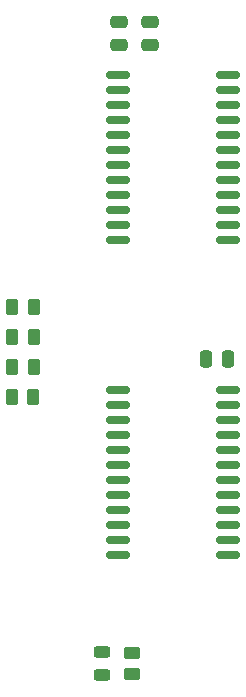
<source format=gtp>
G04 #@! TF.GenerationSoftware,KiCad,Pcbnew,6.0.2-1.fc35*
G04 #@! TF.CreationDate,2022-04-04T15:34:30-04:00*
G04 #@! TF.ProjectId,switch_mux_breakout_i2c,73776974-6368-45f6-9d75-785f62726561,0*
G04 #@! TF.SameCoordinates,Original*
G04 #@! TF.FileFunction,Paste,Top*
G04 #@! TF.FilePolarity,Positive*
%FSLAX46Y46*%
G04 Gerber Fmt 4.6, Leading zero omitted, Abs format (unit mm)*
G04 Created by KiCad (PCBNEW 6.0.2-1.fc35) date 2022-04-04 15:34:30*
%MOMM*%
%LPD*%
G01*
G04 APERTURE LIST*
G04 Aperture macros list*
%AMRoundRect*
0 Rectangle with rounded corners*
0 $1 Rounding radius*
0 $2 $3 $4 $5 $6 $7 $8 $9 X,Y pos of 4 corners*
0 Add a 4 corners polygon primitive as box body*
4,1,4,$2,$3,$4,$5,$6,$7,$8,$9,$2,$3,0*
0 Add four circle primitives for the rounded corners*
1,1,$1+$1,$2,$3*
1,1,$1+$1,$4,$5*
1,1,$1+$1,$6,$7*
1,1,$1+$1,$8,$9*
0 Add four rect primitives between the rounded corners*
20,1,$1+$1,$2,$3,$4,$5,0*
20,1,$1+$1,$4,$5,$6,$7,0*
20,1,$1+$1,$6,$7,$8,$9,0*
20,1,$1+$1,$8,$9,$2,$3,0*%
G04 Aperture macros list end*
%ADD10RoundRect,0.250000X0.475000X-0.250000X0.475000X0.250000X-0.475000X0.250000X-0.475000X-0.250000X0*%
%ADD11RoundRect,0.243750X0.456250X-0.243750X0.456250X0.243750X-0.456250X0.243750X-0.456250X-0.243750X0*%
%ADD12RoundRect,0.250000X0.262500X0.450000X-0.262500X0.450000X-0.262500X-0.450000X0.262500X-0.450000X0*%
%ADD13RoundRect,0.150000X-0.875000X-0.150000X0.875000X-0.150000X0.875000X0.150000X-0.875000X0.150000X0*%
%ADD14RoundRect,0.250000X0.250000X0.475000X-0.250000X0.475000X-0.250000X-0.475000X0.250000X-0.475000X0*%
%ADD15RoundRect,0.250000X-0.450000X0.262500X-0.450000X-0.262500X0.450000X-0.262500X0.450000X0.262500X0*%
G04 APERTURE END LIST*
D10*
X123647200Y-62860000D03*
X123647200Y-60960000D03*
D11*
X122275600Y-116177300D03*
X122275600Y-114302300D03*
D12*
X116482500Y-85090000D03*
X114657500Y-85090000D03*
D13*
X123620000Y-92075000D03*
X123620000Y-93345000D03*
X123620000Y-94615000D03*
X123620000Y-95885000D03*
X123620000Y-97155000D03*
X123620000Y-98425000D03*
X123620000Y-99695000D03*
X123620000Y-100965000D03*
X123620000Y-102235000D03*
X123620000Y-103505000D03*
X123620000Y-104775000D03*
X123620000Y-106045000D03*
X132920000Y-106045000D03*
X132920000Y-104775000D03*
X132920000Y-103505000D03*
X132920000Y-102235000D03*
X132920000Y-100965000D03*
X132920000Y-99695000D03*
X132920000Y-98425000D03*
X132920000Y-97155000D03*
X132920000Y-95885000D03*
X132920000Y-94615000D03*
X132920000Y-93345000D03*
X132920000Y-92075000D03*
D12*
X116482500Y-87630000D03*
X114657500Y-87630000D03*
D14*
X132913200Y-89433400D03*
X131013200Y-89433400D03*
D15*
X124815600Y-114329600D03*
X124815600Y-116154600D03*
D12*
X116435500Y-92710000D03*
X114610500Y-92710000D03*
D10*
X126288800Y-62860000D03*
X126288800Y-60960000D03*
D12*
X116459000Y-90170000D03*
X114634000Y-90170000D03*
D13*
X123620000Y-65405000D03*
X123620000Y-66675000D03*
X123620000Y-67945000D03*
X123620000Y-69215000D03*
X123620000Y-70485000D03*
X123620000Y-71755000D03*
X123620000Y-73025000D03*
X123620000Y-74295000D03*
X123620000Y-75565000D03*
X123620000Y-76835000D03*
X123620000Y-78105000D03*
X123620000Y-79375000D03*
X132920000Y-79375000D03*
X132920000Y-78105000D03*
X132920000Y-76835000D03*
X132920000Y-75565000D03*
X132920000Y-74295000D03*
X132920000Y-73025000D03*
X132920000Y-71755000D03*
X132920000Y-70485000D03*
X132920000Y-69215000D03*
X132920000Y-67945000D03*
X132920000Y-66675000D03*
X132920000Y-65405000D03*
M02*

</source>
